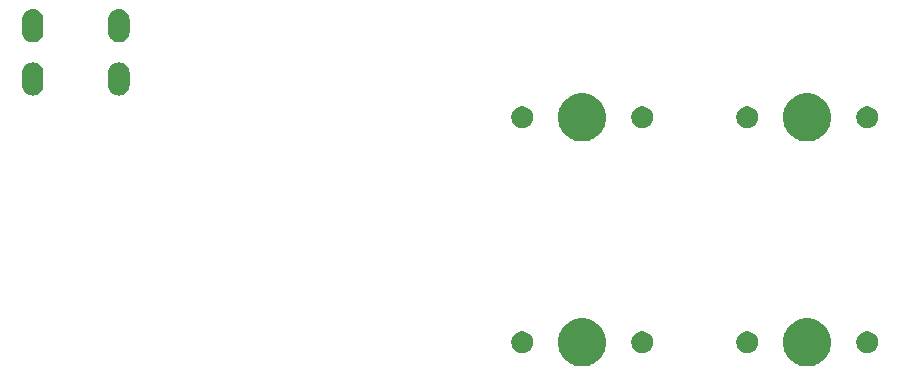
<source format=gbr>
G04 #@! TF.GenerationSoftware,KiCad,Pcbnew,(5.1.4)-1*
G04 #@! TF.CreationDate,2024-07-22T15:45:51+08:00*
G04 #@! TF.ProjectId,samo4k-pcb-test,73616d6f-346b-42d7-9063-622d74657374,rev?*
G04 #@! TF.SameCoordinates,Original*
G04 #@! TF.FileFunction,Soldermask,Top*
G04 #@! TF.FilePolarity,Negative*
%FSLAX46Y46*%
G04 Gerber Fmt 4.6, Leading zero omitted, Abs format (unit mm)*
G04 Created by KiCad (PCBNEW (5.1.4)-1) date 2024-07-22 15:45:51*
%MOMM*%
%LPD*%
G04 APERTURE LIST*
%ADD10C,0.100000*%
G04 APERTURE END LIST*
D10*
G36*
X170458974Y-77408684D02*
G01*
X170676974Y-77498983D01*
X170831123Y-77562833D01*
X171166048Y-77786623D01*
X171450877Y-78071452D01*
X171674667Y-78406377D01*
X171707062Y-78484586D01*
X171828816Y-78778526D01*
X171907400Y-79173594D01*
X171907400Y-79576406D01*
X171828816Y-79971474D01*
X171777951Y-80094272D01*
X171674667Y-80343623D01*
X171450877Y-80678548D01*
X171166048Y-80963377D01*
X170831123Y-81187167D01*
X170676974Y-81251017D01*
X170458974Y-81341316D01*
X170063906Y-81419900D01*
X169661094Y-81419900D01*
X169266026Y-81341316D01*
X169048026Y-81251017D01*
X168893877Y-81187167D01*
X168558952Y-80963377D01*
X168274123Y-80678548D01*
X168050333Y-80343623D01*
X167947049Y-80094272D01*
X167896184Y-79971474D01*
X167817600Y-79576406D01*
X167817600Y-79173594D01*
X167896184Y-78778526D01*
X168017938Y-78484586D01*
X168050333Y-78406377D01*
X168274123Y-78071452D01*
X168558952Y-77786623D01*
X168893877Y-77562833D01*
X169048026Y-77498983D01*
X169266026Y-77408684D01*
X169661094Y-77330100D01*
X170063906Y-77330100D01*
X170458974Y-77408684D01*
X170458974Y-77408684D01*
G37*
G36*
X189508974Y-77408684D02*
G01*
X189726974Y-77498983D01*
X189881123Y-77562833D01*
X190216048Y-77786623D01*
X190500877Y-78071452D01*
X190724667Y-78406377D01*
X190757062Y-78484586D01*
X190878816Y-78778526D01*
X190957400Y-79173594D01*
X190957400Y-79576406D01*
X190878816Y-79971474D01*
X190827951Y-80094272D01*
X190724667Y-80343623D01*
X190500877Y-80678548D01*
X190216048Y-80963377D01*
X189881123Y-81187167D01*
X189726974Y-81251017D01*
X189508974Y-81341316D01*
X189113906Y-81419900D01*
X188711094Y-81419900D01*
X188316026Y-81341316D01*
X188098026Y-81251017D01*
X187943877Y-81187167D01*
X187608952Y-80963377D01*
X187324123Y-80678548D01*
X187100333Y-80343623D01*
X186997049Y-80094272D01*
X186946184Y-79971474D01*
X186867600Y-79576406D01*
X186867600Y-79173594D01*
X186946184Y-78778526D01*
X187067938Y-78484586D01*
X187100333Y-78406377D01*
X187324123Y-78071452D01*
X187608952Y-77786623D01*
X187943877Y-77562833D01*
X188098026Y-77498983D01*
X188316026Y-77408684D01*
X188711094Y-77330100D01*
X189113906Y-77330100D01*
X189508974Y-77408684D01*
X189508974Y-77408684D01*
G37*
G36*
X194262604Y-78484585D02*
G01*
X194431126Y-78554389D01*
X194582791Y-78655728D01*
X194711772Y-78784709D01*
X194813111Y-78936374D01*
X194882915Y-79104896D01*
X194918500Y-79283797D01*
X194918500Y-79466203D01*
X194882915Y-79645104D01*
X194813111Y-79813626D01*
X194711772Y-79965291D01*
X194582791Y-80094272D01*
X194431126Y-80195611D01*
X194262604Y-80265415D01*
X194083703Y-80301000D01*
X193901297Y-80301000D01*
X193722396Y-80265415D01*
X193553874Y-80195611D01*
X193402209Y-80094272D01*
X193273228Y-79965291D01*
X193171889Y-79813626D01*
X193102085Y-79645104D01*
X193066500Y-79466203D01*
X193066500Y-79283797D01*
X193102085Y-79104896D01*
X193171889Y-78936374D01*
X193273228Y-78784709D01*
X193402209Y-78655728D01*
X193553874Y-78554389D01*
X193722396Y-78484585D01*
X193901297Y-78449000D01*
X194083703Y-78449000D01*
X194262604Y-78484585D01*
X194262604Y-78484585D01*
G37*
G36*
X184102604Y-78484585D02*
G01*
X184271126Y-78554389D01*
X184422791Y-78655728D01*
X184551772Y-78784709D01*
X184653111Y-78936374D01*
X184722915Y-79104896D01*
X184758500Y-79283797D01*
X184758500Y-79466203D01*
X184722915Y-79645104D01*
X184653111Y-79813626D01*
X184551772Y-79965291D01*
X184422791Y-80094272D01*
X184271126Y-80195611D01*
X184102604Y-80265415D01*
X183923703Y-80301000D01*
X183741297Y-80301000D01*
X183562396Y-80265415D01*
X183393874Y-80195611D01*
X183242209Y-80094272D01*
X183113228Y-79965291D01*
X183011889Y-79813626D01*
X182942085Y-79645104D01*
X182906500Y-79466203D01*
X182906500Y-79283797D01*
X182942085Y-79104896D01*
X183011889Y-78936374D01*
X183113228Y-78784709D01*
X183242209Y-78655728D01*
X183393874Y-78554389D01*
X183562396Y-78484585D01*
X183741297Y-78449000D01*
X183923703Y-78449000D01*
X184102604Y-78484585D01*
X184102604Y-78484585D01*
G37*
G36*
X175212604Y-78484585D02*
G01*
X175381126Y-78554389D01*
X175532791Y-78655728D01*
X175661772Y-78784709D01*
X175763111Y-78936374D01*
X175832915Y-79104896D01*
X175868500Y-79283797D01*
X175868500Y-79466203D01*
X175832915Y-79645104D01*
X175763111Y-79813626D01*
X175661772Y-79965291D01*
X175532791Y-80094272D01*
X175381126Y-80195611D01*
X175212604Y-80265415D01*
X175033703Y-80301000D01*
X174851297Y-80301000D01*
X174672396Y-80265415D01*
X174503874Y-80195611D01*
X174352209Y-80094272D01*
X174223228Y-79965291D01*
X174121889Y-79813626D01*
X174052085Y-79645104D01*
X174016500Y-79466203D01*
X174016500Y-79283797D01*
X174052085Y-79104896D01*
X174121889Y-78936374D01*
X174223228Y-78784709D01*
X174352209Y-78655728D01*
X174503874Y-78554389D01*
X174672396Y-78484585D01*
X174851297Y-78449000D01*
X175033703Y-78449000D01*
X175212604Y-78484585D01*
X175212604Y-78484585D01*
G37*
G36*
X165052604Y-78484585D02*
G01*
X165221126Y-78554389D01*
X165372791Y-78655728D01*
X165501772Y-78784709D01*
X165603111Y-78936374D01*
X165672915Y-79104896D01*
X165708500Y-79283797D01*
X165708500Y-79466203D01*
X165672915Y-79645104D01*
X165603111Y-79813626D01*
X165501772Y-79965291D01*
X165372791Y-80094272D01*
X165221126Y-80195611D01*
X165052604Y-80265415D01*
X164873703Y-80301000D01*
X164691297Y-80301000D01*
X164512396Y-80265415D01*
X164343874Y-80195611D01*
X164192209Y-80094272D01*
X164063228Y-79965291D01*
X163961889Y-79813626D01*
X163892085Y-79645104D01*
X163856500Y-79466203D01*
X163856500Y-79283797D01*
X163892085Y-79104896D01*
X163961889Y-78936374D01*
X164063228Y-78784709D01*
X164192209Y-78655728D01*
X164343874Y-78554389D01*
X164512396Y-78484585D01*
X164691297Y-78449000D01*
X164873703Y-78449000D01*
X165052604Y-78484585D01*
X165052604Y-78484585D01*
G37*
G36*
X170458974Y-58358684D02*
G01*
X170676974Y-58448983D01*
X170831123Y-58512833D01*
X171166048Y-58736623D01*
X171450877Y-59021452D01*
X171674667Y-59356377D01*
X171707062Y-59434586D01*
X171828816Y-59728526D01*
X171907400Y-60123594D01*
X171907400Y-60526406D01*
X171828816Y-60921474D01*
X171777951Y-61044272D01*
X171674667Y-61293623D01*
X171450877Y-61628548D01*
X171166048Y-61913377D01*
X170831123Y-62137167D01*
X170676974Y-62201017D01*
X170458974Y-62291316D01*
X170063906Y-62369900D01*
X169661094Y-62369900D01*
X169266026Y-62291316D01*
X169048026Y-62201017D01*
X168893877Y-62137167D01*
X168558952Y-61913377D01*
X168274123Y-61628548D01*
X168050333Y-61293623D01*
X167947049Y-61044272D01*
X167896184Y-60921474D01*
X167817600Y-60526406D01*
X167817600Y-60123594D01*
X167896184Y-59728526D01*
X168017938Y-59434586D01*
X168050333Y-59356377D01*
X168274123Y-59021452D01*
X168558952Y-58736623D01*
X168893877Y-58512833D01*
X169048026Y-58448983D01*
X169266026Y-58358684D01*
X169661094Y-58280100D01*
X170063906Y-58280100D01*
X170458974Y-58358684D01*
X170458974Y-58358684D01*
G37*
G36*
X189508974Y-58358684D02*
G01*
X189726974Y-58448983D01*
X189881123Y-58512833D01*
X190216048Y-58736623D01*
X190500877Y-59021452D01*
X190724667Y-59356377D01*
X190757062Y-59434586D01*
X190878816Y-59728526D01*
X190957400Y-60123594D01*
X190957400Y-60526406D01*
X190878816Y-60921474D01*
X190827951Y-61044272D01*
X190724667Y-61293623D01*
X190500877Y-61628548D01*
X190216048Y-61913377D01*
X189881123Y-62137167D01*
X189726974Y-62201017D01*
X189508974Y-62291316D01*
X189113906Y-62369900D01*
X188711094Y-62369900D01*
X188316026Y-62291316D01*
X188098026Y-62201017D01*
X187943877Y-62137167D01*
X187608952Y-61913377D01*
X187324123Y-61628548D01*
X187100333Y-61293623D01*
X186997049Y-61044272D01*
X186946184Y-60921474D01*
X186867600Y-60526406D01*
X186867600Y-60123594D01*
X186946184Y-59728526D01*
X187067938Y-59434586D01*
X187100333Y-59356377D01*
X187324123Y-59021452D01*
X187608952Y-58736623D01*
X187943877Y-58512833D01*
X188098026Y-58448983D01*
X188316026Y-58358684D01*
X188711094Y-58280100D01*
X189113906Y-58280100D01*
X189508974Y-58358684D01*
X189508974Y-58358684D01*
G37*
G36*
X175212604Y-59434585D02*
G01*
X175381126Y-59504389D01*
X175532791Y-59605728D01*
X175661772Y-59734709D01*
X175763111Y-59886374D01*
X175832915Y-60054896D01*
X175868500Y-60233797D01*
X175868500Y-60416203D01*
X175832915Y-60595104D01*
X175763111Y-60763626D01*
X175661772Y-60915291D01*
X175532791Y-61044272D01*
X175381126Y-61145611D01*
X175212604Y-61215415D01*
X175033703Y-61251000D01*
X174851297Y-61251000D01*
X174672396Y-61215415D01*
X174503874Y-61145611D01*
X174352209Y-61044272D01*
X174223228Y-60915291D01*
X174121889Y-60763626D01*
X174052085Y-60595104D01*
X174016500Y-60416203D01*
X174016500Y-60233797D01*
X174052085Y-60054896D01*
X174121889Y-59886374D01*
X174223228Y-59734709D01*
X174352209Y-59605728D01*
X174503874Y-59504389D01*
X174672396Y-59434585D01*
X174851297Y-59399000D01*
X175033703Y-59399000D01*
X175212604Y-59434585D01*
X175212604Y-59434585D01*
G37*
G36*
X165052604Y-59434585D02*
G01*
X165221126Y-59504389D01*
X165372791Y-59605728D01*
X165501772Y-59734709D01*
X165603111Y-59886374D01*
X165672915Y-60054896D01*
X165708500Y-60233797D01*
X165708500Y-60416203D01*
X165672915Y-60595104D01*
X165603111Y-60763626D01*
X165501772Y-60915291D01*
X165372791Y-61044272D01*
X165221126Y-61145611D01*
X165052604Y-61215415D01*
X164873703Y-61251000D01*
X164691297Y-61251000D01*
X164512396Y-61215415D01*
X164343874Y-61145611D01*
X164192209Y-61044272D01*
X164063228Y-60915291D01*
X163961889Y-60763626D01*
X163892085Y-60595104D01*
X163856500Y-60416203D01*
X163856500Y-60233797D01*
X163892085Y-60054896D01*
X163961889Y-59886374D01*
X164063228Y-59734709D01*
X164192209Y-59605728D01*
X164343874Y-59504389D01*
X164512396Y-59434585D01*
X164691297Y-59399000D01*
X164873703Y-59399000D01*
X165052604Y-59434585D01*
X165052604Y-59434585D01*
G37*
G36*
X184102604Y-59434585D02*
G01*
X184271126Y-59504389D01*
X184422791Y-59605728D01*
X184551772Y-59734709D01*
X184653111Y-59886374D01*
X184722915Y-60054896D01*
X184758500Y-60233797D01*
X184758500Y-60416203D01*
X184722915Y-60595104D01*
X184653111Y-60763626D01*
X184551772Y-60915291D01*
X184422791Y-61044272D01*
X184271126Y-61145611D01*
X184102604Y-61215415D01*
X183923703Y-61251000D01*
X183741297Y-61251000D01*
X183562396Y-61215415D01*
X183393874Y-61145611D01*
X183242209Y-61044272D01*
X183113228Y-60915291D01*
X183011889Y-60763626D01*
X182942085Y-60595104D01*
X182906500Y-60416203D01*
X182906500Y-60233797D01*
X182942085Y-60054896D01*
X183011889Y-59886374D01*
X183113228Y-59734709D01*
X183242209Y-59605728D01*
X183393874Y-59504389D01*
X183562396Y-59434585D01*
X183741297Y-59399000D01*
X183923703Y-59399000D01*
X184102604Y-59434585D01*
X184102604Y-59434585D01*
G37*
G36*
X194262604Y-59434585D02*
G01*
X194431126Y-59504389D01*
X194582791Y-59605728D01*
X194711772Y-59734709D01*
X194813111Y-59886374D01*
X194882915Y-60054896D01*
X194918500Y-60233797D01*
X194918500Y-60416203D01*
X194882915Y-60595104D01*
X194813111Y-60763626D01*
X194711772Y-60915291D01*
X194582791Y-61044272D01*
X194431126Y-61145611D01*
X194262604Y-61215415D01*
X194083703Y-61251000D01*
X193901297Y-61251000D01*
X193722396Y-61215415D01*
X193553874Y-61145611D01*
X193402209Y-61044272D01*
X193273228Y-60915291D01*
X193171889Y-60763626D01*
X193102085Y-60595104D01*
X193066500Y-60416203D01*
X193066500Y-60233797D01*
X193102085Y-60054896D01*
X193171889Y-59886374D01*
X193273228Y-59734709D01*
X193402209Y-59605728D01*
X193553874Y-59504389D01*
X193722396Y-59434585D01*
X193901297Y-59399000D01*
X194083703Y-59399000D01*
X194262604Y-59434585D01*
X194262604Y-59434585D01*
G37*
G36*
X123526627Y-55690037D02*
G01*
X123696466Y-55741557D01*
X123852991Y-55825222D01*
X123888729Y-55854552D01*
X123990186Y-55937814D01*
X124073448Y-56039271D01*
X124102778Y-56075009D01*
X124186443Y-56231534D01*
X124237963Y-56401373D01*
X124251000Y-56533742D01*
X124251000Y-57622258D01*
X124237963Y-57754627D01*
X124186443Y-57924466D01*
X124102778Y-58080991D01*
X124073448Y-58116729D01*
X123990186Y-58218186D01*
X123852989Y-58330779D01*
X123696467Y-58414442D01*
X123696465Y-58414443D01*
X123526626Y-58465963D01*
X123350000Y-58483359D01*
X123173373Y-58465963D01*
X123003534Y-58414443D01*
X122847009Y-58330778D01*
X122785258Y-58280100D01*
X122709814Y-58218186D01*
X122597221Y-58080989D01*
X122513558Y-57924467D01*
X122513557Y-57924465D01*
X122462037Y-57754626D01*
X122449000Y-57622257D01*
X122449001Y-56533742D01*
X122462038Y-56401373D01*
X122513558Y-56231534D01*
X122597223Y-56075009D01*
X122626553Y-56039271D01*
X122709815Y-55937814D01*
X122811272Y-55854552D01*
X122847010Y-55825222D01*
X123003535Y-55741557D01*
X123173374Y-55690037D01*
X123350000Y-55672641D01*
X123526627Y-55690037D01*
X123526627Y-55690037D01*
G37*
G36*
X130826627Y-55690037D02*
G01*
X130996466Y-55741557D01*
X131152991Y-55825222D01*
X131188729Y-55854552D01*
X131290186Y-55937814D01*
X131373448Y-56039271D01*
X131402778Y-56075009D01*
X131486443Y-56231534D01*
X131537963Y-56401373D01*
X131551000Y-56533742D01*
X131551000Y-57622258D01*
X131537963Y-57754627D01*
X131486443Y-57924466D01*
X131402778Y-58080991D01*
X131373448Y-58116729D01*
X131290186Y-58218186D01*
X131152989Y-58330779D01*
X130996467Y-58414442D01*
X130996465Y-58414443D01*
X130826626Y-58465963D01*
X130650000Y-58483359D01*
X130473373Y-58465963D01*
X130303534Y-58414443D01*
X130147009Y-58330778D01*
X130085258Y-58280100D01*
X130009814Y-58218186D01*
X129897221Y-58080989D01*
X129813558Y-57924467D01*
X129813557Y-57924465D01*
X129762037Y-57754626D01*
X129749000Y-57622257D01*
X129749001Y-56533742D01*
X129762038Y-56401373D01*
X129813558Y-56231534D01*
X129897223Y-56075009D01*
X129926553Y-56039271D01*
X130009815Y-55937814D01*
X130111272Y-55854552D01*
X130147010Y-55825222D01*
X130303535Y-55741557D01*
X130473374Y-55690037D01*
X130650000Y-55672641D01*
X130826627Y-55690037D01*
X130826627Y-55690037D01*
G37*
G36*
X123526627Y-51190037D02*
G01*
X123696466Y-51241557D01*
X123852991Y-51325222D01*
X123888729Y-51354552D01*
X123990186Y-51437814D01*
X124073448Y-51539271D01*
X124102778Y-51575009D01*
X124186443Y-51731534D01*
X124237963Y-51901373D01*
X124251000Y-52033742D01*
X124251000Y-53122258D01*
X124237963Y-53254627D01*
X124186443Y-53424466D01*
X124102778Y-53580991D01*
X124073448Y-53616729D01*
X123990186Y-53718186D01*
X123852989Y-53830779D01*
X123696467Y-53914442D01*
X123696465Y-53914443D01*
X123526626Y-53965963D01*
X123350000Y-53983359D01*
X123173373Y-53965963D01*
X123003534Y-53914443D01*
X122847009Y-53830778D01*
X122811271Y-53801448D01*
X122709814Y-53718186D01*
X122597221Y-53580989D01*
X122513558Y-53424467D01*
X122513557Y-53424465D01*
X122462037Y-53254626D01*
X122449000Y-53122257D01*
X122449001Y-52033742D01*
X122462038Y-51901373D01*
X122513558Y-51731534D01*
X122597223Y-51575009D01*
X122626553Y-51539271D01*
X122709815Y-51437814D01*
X122811272Y-51354552D01*
X122847010Y-51325222D01*
X123003535Y-51241557D01*
X123173374Y-51190037D01*
X123350000Y-51172641D01*
X123526627Y-51190037D01*
X123526627Y-51190037D01*
G37*
G36*
X130826627Y-51190037D02*
G01*
X130996466Y-51241557D01*
X131152991Y-51325222D01*
X131188729Y-51354552D01*
X131290186Y-51437814D01*
X131373448Y-51539271D01*
X131402778Y-51575009D01*
X131486443Y-51731534D01*
X131537963Y-51901373D01*
X131551000Y-52033742D01*
X131551000Y-53122258D01*
X131537963Y-53254627D01*
X131486443Y-53424466D01*
X131402778Y-53580991D01*
X131373448Y-53616729D01*
X131290186Y-53718186D01*
X131152989Y-53830779D01*
X130996467Y-53914442D01*
X130996465Y-53914443D01*
X130826626Y-53965963D01*
X130650000Y-53983359D01*
X130473373Y-53965963D01*
X130303534Y-53914443D01*
X130147009Y-53830778D01*
X130111271Y-53801448D01*
X130009814Y-53718186D01*
X129897221Y-53580989D01*
X129813558Y-53424467D01*
X129813557Y-53424465D01*
X129762037Y-53254626D01*
X129749000Y-53122257D01*
X129749001Y-52033742D01*
X129762038Y-51901373D01*
X129813558Y-51731534D01*
X129897223Y-51575009D01*
X129926553Y-51539271D01*
X130009815Y-51437814D01*
X130111272Y-51354552D01*
X130147010Y-51325222D01*
X130303535Y-51241557D01*
X130473374Y-51190037D01*
X130650000Y-51172641D01*
X130826627Y-51190037D01*
X130826627Y-51190037D01*
G37*
M02*

</source>
